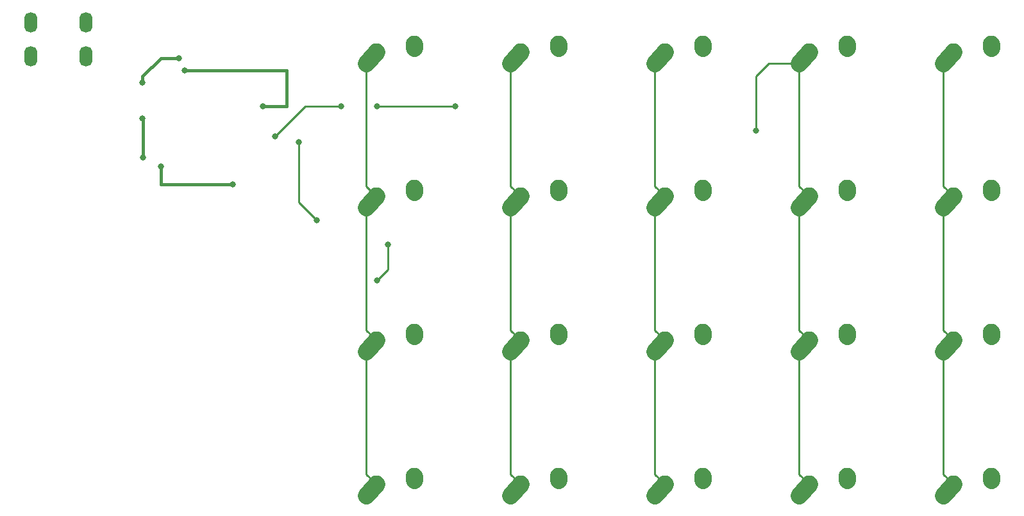
<source format=gtl>
G04 #@! TF.GenerationSoftware,KiCad,Pcbnew,(5.1.4)-1*
G04 #@! TF.CreationDate,2023-03-06T13:27:41+02:00*
G04 #@! TF.ProjectId,Keyboard,4b657962-6f61-4726-942e-6b696361645f,rev?*
G04 #@! TF.SameCoordinates,Original*
G04 #@! TF.FileFunction,Copper,L1,Top*
G04 #@! TF.FilePolarity,Positive*
%FSLAX46Y46*%
G04 Gerber Fmt 4.6, Leading zero omitted, Abs format (unit mm)*
G04 Created by KiCad (PCBNEW (5.1.4)-1) date 2023-03-06 13:27:41*
%MOMM*%
%LPD*%
G04 APERTURE LIST*
%ADD10O,1.700000X2.700000*%
%ADD11C,2.250000*%
%ADD12C,2.250000*%
%ADD13C,0.800000*%
%ADD14C,0.381000*%
%ADD15C,0.254000*%
G04 APERTURE END LIST*
D10*
X63818750Y-88900000D03*
X71118750Y-88900000D03*
X71118750Y-93400000D03*
X63818750Y-93400000D03*
D11*
X185618750Y-149987500D03*
X184963751Y-150717500D03*
D12*
X184308750Y-151447500D02*
X185618752Y-149987500D01*
D11*
X190658750Y-148907500D03*
X190638750Y-149197500D03*
D12*
X190618750Y-149487500D02*
X190658750Y-148907500D01*
D11*
X166568750Y-149987500D03*
X165913751Y-150717500D03*
D12*
X165258750Y-151447500D02*
X166568752Y-149987500D01*
D11*
X171608750Y-148907500D03*
X171588750Y-149197500D03*
D12*
X171568750Y-149487500D02*
X171608750Y-148907500D01*
D11*
X147518750Y-149987500D03*
X146863751Y-150717500D03*
D12*
X146208750Y-151447500D02*
X147518752Y-149987500D01*
D11*
X152558750Y-148907500D03*
X152538750Y-149197500D03*
D12*
X152518750Y-149487500D02*
X152558750Y-148907500D01*
D11*
X128468750Y-149987500D03*
X127813751Y-150717500D03*
D12*
X127158750Y-151447500D02*
X128468752Y-149987500D01*
D11*
X133508750Y-148907500D03*
X133488750Y-149197500D03*
D12*
X133468750Y-149487500D02*
X133508750Y-148907500D01*
D11*
X109418750Y-149987500D03*
X108763751Y-150717500D03*
D12*
X108108750Y-151447500D02*
X109418752Y-149987500D01*
D11*
X114458750Y-148907500D03*
X114438750Y-149197500D03*
D12*
X114418750Y-149487500D02*
X114458750Y-148907500D01*
D11*
X185618750Y-130937500D03*
X184963751Y-131667500D03*
D12*
X184308750Y-132397500D02*
X185618752Y-130937500D01*
D11*
X190658750Y-129857500D03*
X190638750Y-130147500D03*
D12*
X190618750Y-130437500D02*
X190658750Y-129857500D01*
D11*
X166568750Y-130937500D03*
X165913751Y-131667500D03*
D12*
X165258750Y-132397500D02*
X166568752Y-130937500D01*
D11*
X171608750Y-129857500D03*
X171588750Y-130147500D03*
D12*
X171568750Y-130437500D02*
X171608750Y-129857500D01*
D11*
X147518750Y-130937500D03*
X146863751Y-131667500D03*
D12*
X146208750Y-132397500D02*
X147518752Y-130937500D01*
D11*
X152558750Y-129857500D03*
X152538750Y-130147500D03*
D12*
X152518750Y-130437500D02*
X152558750Y-129857500D01*
D11*
X128468750Y-130937500D03*
X127813751Y-131667500D03*
D12*
X127158750Y-132397500D02*
X128468752Y-130937500D01*
D11*
X133508750Y-129857500D03*
X133488750Y-130147500D03*
D12*
X133468750Y-130437500D02*
X133508750Y-129857500D01*
D11*
X109418750Y-130937500D03*
X108763751Y-131667500D03*
D12*
X108108750Y-132397500D02*
X109418752Y-130937500D01*
D11*
X114458750Y-129857500D03*
X114438750Y-130147500D03*
D12*
X114418750Y-130437500D02*
X114458750Y-129857500D01*
D11*
X185618750Y-111887500D03*
X184963751Y-112617500D03*
D12*
X184308750Y-113347500D02*
X185618752Y-111887500D01*
D11*
X190658750Y-110807500D03*
X190638750Y-111097500D03*
D12*
X190618750Y-111387500D02*
X190658750Y-110807500D01*
D11*
X166568750Y-111887500D03*
X165913751Y-112617500D03*
D12*
X165258750Y-113347500D02*
X166568752Y-111887500D01*
D11*
X171608750Y-110807500D03*
X171588750Y-111097500D03*
D12*
X171568750Y-111387500D02*
X171608750Y-110807500D01*
D11*
X147518750Y-111887500D03*
X146863751Y-112617500D03*
D12*
X146208750Y-113347500D02*
X147518752Y-111887500D01*
D11*
X152558750Y-110807500D03*
X152538750Y-111097500D03*
D12*
X152518750Y-111387500D02*
X152558750Y-110807500D01*
D11*
X128468750Y-111887500D03*
X127813751Y-112617500D03*
D12*
X127158750Y-113347500D02*
X128468752Y-111887500D01*
D11*
X133508750Y-110807500D03*
X133488750Y-111097500D03*
D12*
X133468750Y-111387500D02*
X133508750Y-110807500D01*
D11*
X109418750Y-111887500D03*
X108763751Y-112617500D03*
D12*
X108108750Y-113347500D02*
X109418752Y-111887500D01*
D11*
X114458750Y-110807500D03*
X114438750Y-111097500D03*
D12*
X114418750Y-111387500D02*
X114458750Y-110807500D01*
D11*
X185618750Y-92837500D03*
X184963751Y-93567500D03*
D12*
X184308750Y-94297500D02*
X185618752Y-92837500D01*
D11*
X190658750Y-91757500D03*
X190638750Y-92047500D03*
D12*
X190618750Y-92337500D02*
X190658750Y-91757500D01*
D11*
X166568750Y-92837500D03*
X165913751Y-93567500D03*
D12*
X165258750Y-94297500D02*
X166568752Y-92837500D01*
D11*
X171608750Y-91757500D03*
X171588750Y-92047500D03*
D12*
X171568750Y-92337500D02*
X171608750Y-91757500D01*
D11*
X147518750Y-92837500D03*
X146863751Y-93567500D03*
D12*
X146208750Y-94297500D02*
X147518752Y-92837500D01*
D11*
X152558750Y-91757500D03*
X152538750Y-92047500D03*
D12*
X152518750Y-92337500D02*
X152558750Y-91757500D01*
D11*
X128468750Y-92837500D03*
X127813751Y-93567500D03*
D12*
X127158750Y-94297500D02*
X128468752Y-92837500D01*
D11*
X133508750Y-91757500D03*
X133488750Y-92047500D03*
D12*
X133468750Y-92337500D02*
X133508750Y-91757500D01*
D11*
X109418750Y-92837500D03*
X108763751Y-93567500D03*
D12*
X108108750Y-94297500D02*
X109418752Y-92837500D01*
D11*
X114458750Y-91757500D03*
X114438750Y-92047500D03*
D12*
X114418750Y-92337500D02*
X114458750Y-91757500D01*
D13*
X80962500Y-107950000D03*
X90518750Y-110300000D03*
X78648524Y-106790948D03*
X78581250Y-101600000D03*
X78581250Y-96837500D03*
X83343750Y-93662500D03*
X94456250Y-100012500D03*
X84118750Y-95231250D03*
X119856250Y-100012500D03*
X109537500Y-100012500D03*
X104775000Y-100012500D03*
X96043750Y-103981250D03*
X110933013Y-118286801D03*
X109537500Y-123031250D03*
X101600000Y-115093750D03*
X99218750Y-104775000D03*
X159543750Y-103187500D03*
D14*
X80962500Y-107950000D02*
X80962500Y-110331250D01*
X90487500Y-110331250D02*
X90518750Y-110300000D01*
X80962500Y-110331250D02*
X90487500Y-110331250D01*
X78648524Y-106790948D02*
X78648524Y-101667274D01*
X78648524Y-101667274D02*
X78581250Y-101600000D01*
X78581250Y-96837500D02*
X78581250Y-96043750D01*
X78581250Y-96043750D02*
X80962500Y-93662500D01*
X80962500Y-93662500D02*
X83343750Y-93662500D01*
X94456250Y-100012500D02*
X97631250Y-100012500D01*
X97631250Y-100012500D02*
X97631250Y-95250000D01*
X84137500Y-95250000D02*
X84118750Y-95231250D01*
X97631250Y-95250000D02*
X84137500Y-95250000D01*
D15*
X119856250Y-100012500D02*
X109537500Y-100012500D01*
X104775000Y-100012500D02*
X100012500Y-100012500D01*
X100012500Y-100012500D02*
X96043750Y-103981250D01*
X110933013Y-118286801D02*
X110933013Y-121635737D01*
X110933013Y-121635737D02*
X109537500Y-123031250D01*
X101600000Y-115093750D02*
X99218750Y-112712500D01*
X99218750Y-112712500D02*
X99218750Y-104775000D01*
X108108750Y-110577500D02*
X109450000Y-111918750D01*
X108108750Y-94297500D02*
X108108750Y-110577500D01*
X108108750Y-129627500D02*
X109418750Y-130937500D01*
X108108750Y-113347500D02*
X108108750Y-129627500D01*
X108108750Y-148677500D02*
X109418750Y-149987500D01*
X108108750Y-132397500D02*
X108108750Y-148677500D01*
X127158750Y-110577500D02*
X128468750Y-111887500D01*
X127158750Y-94297500D02*
X127158750Y-110577500D01*
X127343751Y-129812501D02*
X128468750Y-130937500D01*
X127158750Y-129627500D02*
X127343751Y-129812501D01*
X127158750Y-113347500D02*
X127158750Y-129627500D01*
X127158750Y-148677500D02*
X128468750Y-149987500D01*
X127158750Y-132397500D02*
X127158750Y-148677500D01*
X146208750Y-110577500D02*
X147518750Y-111887500D01*
X146208750Y-94297500D02*
X146208750Y-110577500D01*
X146208750Y-129627500D02*
X147518750Y-130937500D01*
X146208750Y-113347500D02*
X146208750Y-129627500D01*
X146208750Y-148677500D02*
X147518750Y-149987500D01*
X146208750Y-132397500D02*
X146208750Y-148677500D01*
X165258750Y-110577500D02*
X166568750Y-111887500D01*
X165258750Y-94297500D02*
X165258750Y-110577500D01*
X165258750Y-129627500D02*
X166568750Y-130937500D01*
X165258750Y-113347500D02*
X165258750Y-129627500D01*
X165258750Y-148677500D02*
X166568750Y-149987500D01*
X165258750Y-132397500D02*
X165258750Y-148677500D01*
X165258750Y-94297500D02*
X161290000Y-94297500D01*
X161290000Y-94297500D02*
X159543750Y-96043750D01*
X159543750Y-96043750D02*
X159543750Y-103187500D01*
X184308750Y-110577500D02*
X185618750Y-111887500D01*
X184308750Y-94297500D02*
X184308750Y-110577500D01*
X184308750Y-129627500D02*
X185618750Y-130937500D01*
X184308750Y-113347500D02*
X184308750Y-129627500D01*
X184308750Y-148677500D02*
X185618750Y-149987500D01*
X184308750Y-132397500D02*
X184308750Y-148677500D01*
M02*

</source>
